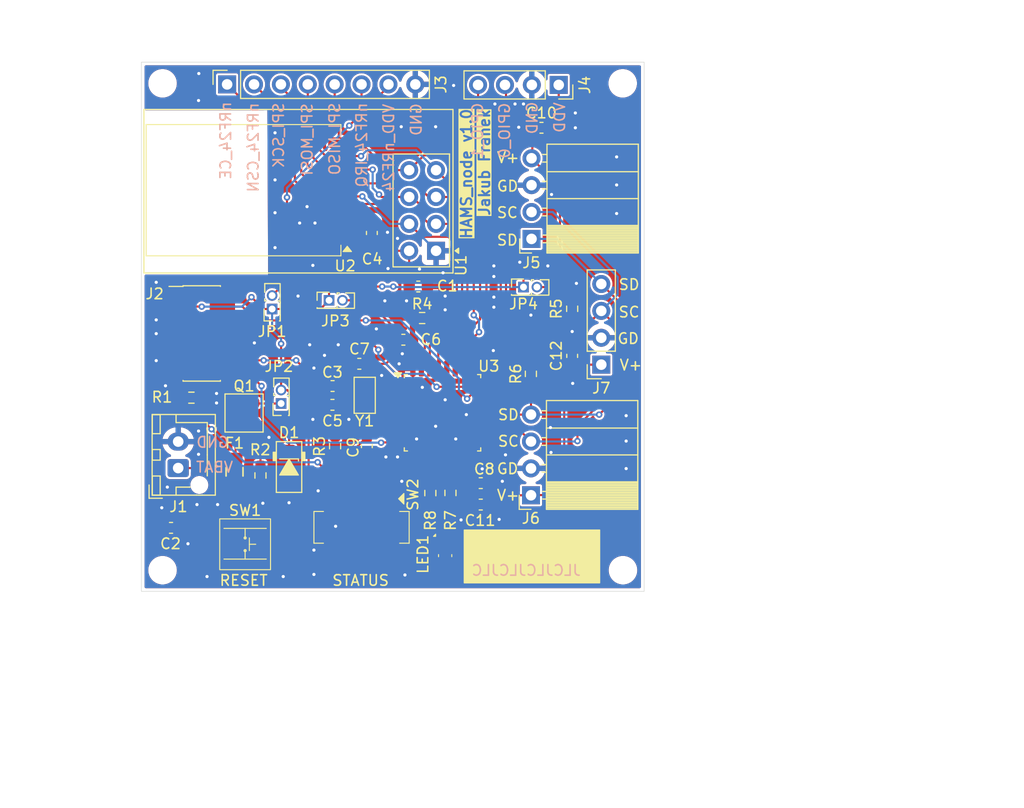
<source format=kicad_pcb>
(kicad_pcb (version 20240108) (generator "pcbnew") (generator_version "8.0")
  (layers (0 "F.Cu" signal) (31 "B.Cu" signal) (34 "B.Paste" user) (35 "F.Paste" user) (36 "B.SilkS" user "B.Silkscreen") (37 "F.SilkS" user "F.Silkscreen") (38 "B.Mask" user) (39 "F.Mask" user) (44 "Edge.Cuts" user))
  (net 0 "")
  (net 1 "GND")
  (net 2 "/VDD_MCU")
  (net 3 "/LSE_IN")
  (net 4 "/LSE_OUT")
  (net 5 "/VDD_SENSOR")
  (net 6 "/VDD_nRF24")
  (net 7 "/NRST")
  (net 8 "VDD")
  (net 9 "/VIN")
  (net 10 "Net-(Q1-D)")
  (net 11 "/GPIO_0")
  (net 12 "/GPIO_1")
  (net 14 "/VCP_RX")
  (net 16 "/GNDDETECT")
  (net 19 "/SWCLK")
  (net 21 "/SWDIO")
  (net 22 "/VCP_TX")
  (net 23 "/I2C_SCL")
  (net 24 "/I2C_SDA")
  (net 25 "/SPI_SCK")
  (net 26 "/nRF24_CSN")
  (net 27 "/SPI_MISO")
  (net 28 "/nRF24_IRQ")
  (net 29 "/nRF24_CE")
  (net 30 "/SPI_MOSI")
  (net 31 "Net-(JP2-A)")
  (net 32 "Net-(Q1-G)")
  (net 33 "/BOOT0")
  (net 34 "/LED_GREEN")
  (net 35 "/LED_RED")
  (net 43 "Net-(LED1-CATHODE_GREEN)")
  (net 44 "Net-(LED1-CATHODE_RED)")
  (net 45 "Net-(LED1-ANODE_RED)")
  (net 46 "Net-(LED1-ANODE_GREEN)")
  (footprint "Connector_PinHeader_1.27mm:PinHeader_2x01_P1.27mm_Vertical" (layer "F.Cu") (at 202.7 78.85)
    (property "Reference" "JP4")
    (property "Value" "Jumper_2_Bridged")
  )
  (footprint "Capacitor_SMD:C_0603_1608Metric_Pad1.08x0.95mm_HandSolder" (layer "F.Cu") (at 198.6625 99.4 180)
    (property "Reference" "C11")
    (property "Value" "10 uF")
  )
  (footprint "PCM_Crystal_AKL:Crystal_SMD_MicroCrystal_CM9V-T1A-2Pin_1.6x1.0mm_BigPads" (layer "F.Cu") (at 187.7 89.075 90)
    (property "Reference" "Y1")
    (property "Value" "CM9V-T1A" (hide yes))
  )
  (footprint "Resistor_SMD:R_0603_1608Metric_Pad0.98x0.95mm_HandSolder" (layer "F.Cu") (at 171.325 89.3)
    (property "Reference" "R1")
    (property "Value" "100 Ohm")
  )
  (footprint "Personal_Fuses:YAGEO_SMD0805_Fuse" (layer "F.Cu") (at 175.4 96.3 90)
    (property "Reference" "F1")
    (property "Value" "SMD0805B035TF")
  )
  (footprint "Connector_JST:JST_XH_B2B-XH-AM_1x02_P2.50mm_Vertical" (layer "F.Cu") (at 170.075 95.95 90)
    (property "Reference" "J1")
    (property "Value" "Conn_01x02")
  )
  (footprint "Capacitor_SMD:C_0603_1608Metric_Pad1.08x0.95mm_HandSolder" (layer "F.Cu") (at 169.4 101.6 180)
    (property "Reference" "C2")
    (property "Value" "100 nF")
  )
  (footprint "Connector_PinSocket_2.54mm:PinSocket_1x04_P2.54mm_Horizontal" (layer "F.Cu") (at 203.41 98.52 180)
    (property "Reference" "J6")
    (property "Value" "Conn_01x04")
  )
  (footprint "MountingHole:MountingHole_2.2mm_M2_ISO7380" (layer "F.Cu") (at 212.1 105.6)
    (property "Reference" "H3" (hide yes))
    (property "Value" "MountingHole")
  )
  (footprint "MountingHole:MountingHole_2.2mm_M2_ISO7380" (layer "F.Cu") (at 212.075 59.6)
    (property "Reference" "H4" (hide yes))
    (property "Value" "MountingHole")
  )
  (footprint "Connector_PinSocket_2.54mm:PinSocket_1x04_P2.54mm_Vertical" (layer "F.Cu") (at 206.03 59.75 -90)
    (property "Reference" "J4")
    (property "Value" "Conn_01x04")
  )
  (footprint "Connector_PinHeader_1.27mm:PinHeader_2x01_P1.27mm_Vertical" (layer "F.Cu") (at 179.8 89.85 90)
    (property "Reference" "JP2")
    (property "Value" "Jumper_2_Bridged")
  )
  (footprint "Package_QFP:LQFP-32_7x7mm_P0.8mm" (layer "F.Cu") (at 195.05 90.725)
    (property "Reference" "U3")
    (property "Value" "STM32L031K6Tx")
  )
  (footprint "Capacitor_SMD:C_0603_1608Metric_Pad1.08x0.95mm_HandSolder" (layer "F.Cu") (at 187.9 93.875 -90)
    (property "Reference" "C9")
    (property "Value" "100 nF")
  )
  (footprint "Capacitor_SMD:C_0603_1608Metric_Pad1.08x0.95mm_HandSolder" (layer "F.Cu") (at 204.4 63.8)
    (property "Reference" "C10")
    (property "Value" "10 uF")
  )
  (footprint "MountingHole:MountingHole_2.2mm_M2_ISO7380" (layer "F.Cu") (at 168.6 105.6)
    (property "Reference" "H1" (hide yes))
    (property "Value" "MountingHole")
  )
  (footprint "Capacitor_SMD:C_0603_1608Metric_Pad1.08x0.95mm_HandSolder" (layer "F.Cu") (at 198.6625 97.374 180)
    (property "Reference" "C8")
    (property "Value" "100 nF")
  )
  (footprint "Personal_SamacSys:JS202011SCQN" (layer "F.Cu") (at 187.4 101.55 180)
    (property "Reference" "SW2")
    (property "Value" "JS202011SCQN" (hide yes))
  )
  (footprint "MountingHole:MountingHole_2.2mm_M2_ISO7380" (layer "F.Cu") (at 168.6 59.6)
    (property "Reference" "H2" (hide yes))
    (property "Value" "MountingHole")
  )
  (footprint "Connector_PinSocket_2.54mm:PinSocket_1x04_P2.54mm_Vertical" (layer "F.Cu") (at 210.05 86.18 180)
    (property "Reference" "J7")
    (property "Value" "Conn_01x04")
  )
  (footprint "Capacitor_SMD:C_0603_1608Metric_Pad1.08x0.95mm_HandSolder" (layer "F.Cu") (at 191.35 83.825)
    (property "Reference" "C6")
    (property "Value" "10 uF")
  )
  (footprint "Capacitor_SMD:C_0603_1608Metric_Pad1.08x0.95mm_HandSolder" (layer "F.Cu") (at 187.1875 86.1 180)
    (property "Reference" "C7")
    (property "Value" "100 nF")
  )
  (footprint "Capacitor_SMD:C_0603_1608Metric_Pad1.08x0.95mm_HandSolder" (layer "F.Cu") (at 184.65 89.975 180)
    (property "Reference" "C5")
    (property "Value" "7 pF")
  )
  (footprint "Resistor_SMD:R_0603_1608Metric_Pad0.98x0.95mm_HandSolder" (layer "F.Cu") (at 193.9 98.3125 90)
    (property "Reference" "R8")
    (property "Value" "680 Ohm")
  )
  (footprint "Personal_SamacSys:KPHBM2012QBDCGKC" (layer "F.Cu") (at 195.3 104.1 90)
    (property "Reference" "LED1")
    (property "Value" "APHBM2012LSURKCGKC" (hide yes))
  )
  (footprint "Resistor_SMD:R_0603_1608Metric_Pad0.98x0.95mm_HandSolder" (layer "F.Cu") (at 203.4 87.05 90)
    (property "Reference" "R6")
    (property "Value" "10 kOhm")
  )
  (footprint "Personal_Switches:E-Switch_TL3305BF100QG_Tactile_SPST" (layer "F.Cu") (at 176.4 103.15 180)
    (property "Reference" "SW1")
    (property "Value" "TL3305BF100QG")
  )
  (footprint "Resistor_SMD:R_0603_1608Metric_Pad0.98x0.95mm_HandSolder" (layer "F.Cu") (at 177.85 96.65 90)
    (property "Reference" "R2")
    (property "Value" "100 Ohm")
  )
  (footprint "Resistor_SMD:R_0603_1608Metric_Pad0.98x0.95mm_HandSolder" (layer "F.Cu") (at 195.8 98.3 90)
    (property "Reference" "R7")
    (property "Value" "680 Ohm")
  )
  (footprint "Capacitor_SMD:C_0603_1608Metric_Pad1.08x0.95mm_HandSolder" (layer "F.Cu") (at 188.375 73.7375 -90)
    (property "Reference" "C4")
    (property "Value" "10 uF")
  )
  (footprint "Capacitor_SMD:C_0603_1608Metric_Pad1.08x0.95mm_HandSolder" (layer "F.Cu") (at 207.3 85.35 90)
    (property "Reference" "C12")
    (property "Value" "10 uF")
  )
  (footprint "PCM_Package_TO_SOT_SMD_AKL:SOT-23" (layer "F.Cu") (at 176.3 90.75 180)
    (property "Reference" "Q1")
    (property "Value" "DMP3099L" (hide yes))
  )
  (footprint "Capacitor_SMD:C_0603_1608Metric_Pad1.08x0.95mm_HandSolder" (layer "F.Cu") (at 192.7625 78.8 180)
    (property "Reference" "C1")
    (property "Value" "10 uF")
  )
  (footprint "PCM_Diode_SMD_Handsoldering_AKL:D_SOD-123_Zener" (layer "F.Cu") (at 180.55 95.85 -90)
    (property "Reference" "D1")
    (property "Value" "3.6 V (MMSZ5227B)" (hide yes))
  )
  (footprint "Resistor_SMD:R_0603_1608Metric_Pad0.98x0.95mm_HandSolder" (layer "F.Cu") (at 207.3 80.9 90)
    (property "Reference" "R5")
    (property "Value" "10 kOhm")
  )
  (footprint "Connector_PinSocket_2.54mm:PinSocket_1x04_P2.54mm_Horizontal" (layer "F.Cu") (at 203.46 74.3 180)
    (property "Reference" "J5")
    (property "Value" "Conn_01x04")
  )
  (footprint "Connector_PinSocket_2.54mm:PinSocket_1x08_P2.54mm_Vertical" (layer "F.Cu") (at 174.7 59.7 90)
    (property "Reference" "J3")
    (property "Value" "Conn_01x08")
  )
  (footprint "Personal_Modules:nRF24L01p_SMD_module" (layer "F.Cu") (at 176.25 69.695 90)
    (property "Reference" "U2")
    (property "Value" "nRF24L01p SMD module")
  )
  (footprint "Resistor_SMD:R_0603_1608Metric_Pad0.98x0.95mm_HandSolder" (layer "F.Cu") (at 184.9 93.875 -90)
    (property "Reference" "R3")
    (property "Value" "10 kOhm")
  )
  (footprint "Capacitor_SMD:C_0603_1608Metric_Pad1.08x0.95mm_HandSolder" (layer "F.Cu") (at 184.6625 88.2 180)
    (property "Reference" "C3")
    (property "Value" "7 pF")
  )
  (footprint "Resistor_SMD:R_0603_1608Metric_Pad0.98x0.95mm_HandSolder" (layer "F.Cu") (at 193.125 81.775)
    (property "Reference" "R4")
    (property "Value" "10 kOhm")
  )
  (footprint "Connector_PinHeader_1.27mm:PinHeader_2x01_P1.27mm_Vertical" (layer "F.Cu") (at 178.95 80.92 90)
    (property "Reference" "JP1")
    (property "Value" "Jumper_2_Bridged")
  )
  (footprint "RF_Module:nRF24L01_Breakout" (layer "F.Cu") (at 194.4395 75.42 180)
    (property "Reference" "U1")
    (property "Value" "NRF24L01_Breakout")
  )
  (footprint "Connector_PinHeader_1.27mm:PinHeader_2x07_P1.27mm_Vertical_SMD" (layer "F.Cu") (at 172.3 83.23)
    (property "Reference" "J2")
    (property "Value" "Conn_02x07_Odd_Even")
  )
  (footprint "Connector_PinHeader_1.27mm:PinHeader_2x01_P1.27mm_Vertical" (layer "F.Cu") (at 184.33 80.1)
    (property "Reference" "JP3")
    (property "Value" "Jumper_2_Bridged")
  )
  (gr_rect (start 197.1 101.8) (end 209.9 106.8) (stroke (width 0.1)) (fill solid) (layer "F.SilkS"))
  (gr_rect (start 166.6 57.6) (end 214.1 107.6) (stroke (width 0.05)) (fill none) (layer "Edge.Cuts"))
  (gr_text "GND" (at 204.1 61.25 90) (layer "B.SilkS") (effects (font (size 1 1)) (justify left bottom mirror)))
  (gr_text "VDD" (at 206.7 61.3 90) (layer "B.SilkS") (effects (font (size 1 1)) (justify left bottom mirror)))
  (gr_text "GND" (at 193.15 61.4 90) (layer "B.SilkS") (effects (font (size 1 1)) (justify left bottom mirror)))
  (gr_text "JLCJLCJLCJLC" (at 208.2 106.2 0) (layer "B.SilkS") (effects (font (size 1 1)) (justify left bottom mirror)))
  (gr_text "GPIO_0" (at 201.5 61.35 90) (layer "B.SilkS") (effects (font (size 1 1)) (justify left bottom mirror)))
  (gr_text "GPIO_1" (at 198.95 61.35 90) (layer "B.SilkS") (effects (font (size 1 1)) (justify left bottom mirror)))
  (gr_text "SPI_SCK" (at 180.15 61.35 90) (layer "B.SilkS") (effects (font (size 1 1)) (justify left bottom mirror)))
  (gr_text "nRF24_CE" (at 175.15 61.25 90) (layer "B.SilkS") (effects (font (size 1 1)) (justify left bottom mirror)))
  (gr_text "SPI_MISO" (at 185.45 61.35 90) (layer "B.SilkS") (effects (font (size 1 1)) (justify left bottom mirror)))
  (gr_text "VDD_nRF24" (at 190.55 61.45 90) (layer "B.SilkS") (effects (font (size 1 1)) (justify left bottom mirror)))
  (gr_text "VBAT" (at 175.35 96.45 0) (layer "B.SilkS") (effects (font (size 1 1)) (justify left bottom mirror)))
  (gr_text "SPI_MOSI" (at 182.85 61.4 90) (layer "B.SilkS") (effects (font (size 1 1)) (justify left bottom mirror)))
  (gr_text "GND" (at 174.95 94.1 0) (layer "B.SilkS") (effects (font (size 1 1)) (justify left bottom mirror)))
  (gr_text "nRF24_IRQ" (at 188 61.35 90) (layer "B.SilkS") (effects (font (size 1 1)) (justify left bottom mirror)))
  (gr_text "nRF24_CSN" (at 177.75 61.35 90) (layer "B.SilkS") (effects (font (size 1 1)) (justify left bottom mirror)))
  (gr_text "V+" (at 200.1 99.1 0) (layer "F.SilkS") (effects (font (size 1 1)) (justify left bottom)))
  (gr_text "GD" (at 200.1 69.9 0) (layer "F.SilkS") (effects (font (size 1 1)) (justify left bottom)))
  (gr_text "SC" (at 211.6 81.8 0) (layer "F.SilkS") (effects (font (size 1 1)) (justify left bottom)))
  (gr_text "V+" (at 211.7 86.8 0) (layer "F.SilkS") (effects (font (size 1 1)) (justify left bottom)))
  (gr_text "SD" (at 211.6 79.2 0) (layer "F.SilkS") (effects (font (size 1 1)) (justify left bottom)))
  (gr_text "SD" (at 200.1 75 0) (layer "F.SilkS") (effects (font (size 1 1)) (justify left bottom)))
  (gr_text "SD" (at 200.2 91.5 0) (layer "F.SilkS") (effects (font (size 1 1)) (justify left bottom)))
  (gr_text "HAMS_node v1.0" (at 197.9 74.4 90) (layer "F.SilkS" knockout) (effects (font (size 1 1) (thickness 0.2) (bold yes)) (justify left bottom)))
  (gr_text "GD" (at 211.5 84.3 0) (layer "F.SilkS") (effects (font (size 1 1)) (justify left bottom)))
  (gr_text "V+" (at 200.1 67.2 0) (layer "F.SilkS") (effects (font (size 1 1)) (justify left bottom)))
  (gr_text "GD" (at 200.1 96.6 0) (layer "F.SilkS") (effects (font (size 1 1)) (justify left bottom)))
  (gr_text "SC" (at 200.2 94 0) (layer "F.SilkS") (effects (font (size 1 1)) (justify left bottom)))
  (gr_text "SC" (at 200.1 72.4 0) (layer "F.SilkS") (effects (font (size 1 1)) (justify left bottom)))
  (gr_text "RESET" (at 173.9 107.15 0) (layer "F.SilkS") (effects (font (size 1 1)) (justify left bottom)))
  (gr_text "Jakub Franek" (at 199.6 72.2 90) (layer "F.SilkS" knockout) (effects (font (size 1 1) (thickness 0.2) (bold yes)) (justify left bottom)))
  (gr_text "STATUS" (at 184.55 107.15 0) (layer "F.SilkS") (effects (font (size 1 1)) (justify left bottom)))
  (segment (start 194.4395 76.8105) (end 193.625 77.625) (width 0.2) (layer "F.Cu") (net 1))
  (segment (start 183.025 72.825) (end 183 72.8) (width 0.2) (layer "F.Cu") (net 1))
  (segment (start 190.95 86.1) (end 190.95 85.45) (width 0.2) (layer "F.Cu") (net 1))
  (segment (start 188.375 72.725) (end 188.275 72.825) (width 0.2) (layer "F.Cu") (net 1))
  (segment (start 191.25 85.15) (end 191.375 85.025) (width 0.2) (layer "F.Cu") (net 1))
  (segment (start 190.95 85.45) (end 191.25 85.15) (width 0.2) (layer "F.Cu") (net 1))
  (segment (start 192.264 85.224) (end 192.264 86.536) (width 0.2) (layer "F.Cu") (net 1))
  (segment (start 197.4 93.5) (end 197.090794 93.5) (width 0.2) (layer "F.Cu") (net 1))
  (segment (start 191.375 85.025) (end 192.264 85.025) (width 0.2) (layer "F.Cu") (net 1))
  (segment (start 192.264 84.315) (end 192.264 85.224) (width 0.2) (layer "F.Cu") (net 1))
  (segment (start 193.091794 88.324) (end 192.25 87.482206) (width 0.2) (layer "F.Cu") (net 1))
  (segment (start 193.625 77.625) (end 193.625 78.5) (width 0.2) (layer "F.Cu") (net 1))
  (segment (start 192.225 86.525) (end 192.25 86.55) (width 0.2) (layer "F.Cu") (net 1))
  (segment (start 193.141794 88.324) (end 193.091794 88.324) (width 0.2) (layer "F.Cu") (net 1))
  (segment (start 197.85 93.95) (end 197.4 93.5) (width 0.2) (layer "F.Cu") (net 1))
  (segment (start 185.25 72.825) (end 183.025 72.825) (width 0.2) (layer "F.Cu") (net 1))
  (segment (start 188.275 72.825) (end 185.25 72.825) (width 0.2) (layer "F.Cu") (net 1))
  (segment (start 191.4 86.55) (end 192.25 86.55) (width 0.2) (layer "F.Cu") (net 1))
  (segment (start 197.85 94.9) (end 197.85 93.95) (width 0.2) (layer "F.Cu") (net 1))
  (segment (start 192.25 87.482206) (end 192.25 86.55) (width 0.2) (layer "F.Cu") (net 1))
  (segment (start 192.264 86.536) (end 192.25 86.55) (width 0.2) (layer "F.Cu") (net 1))
  (segment (start 197.85 98.4) (end 199.6 98.4) (width 0.2) (layer "F.Cu") (net 1))
  (segment (start 190.95 86.1) (end 191.4 86.55) (width 0.2) (layer "F.Cu") (net 1))
  (segment (start 194.4395 75.42) (end 194.4395 76.8105) (width 0.2) (layer "F.Cu") (net 1))
  (segment (start 197.85 94.9) (end 197.85 98.4) (width 0.2) (layer "F.Cu") (net 1))
  (via (at 195.1 77.5) (size 0.6) (drill 0.3) (layers "F.Cu" "B.Cu") (net 1))
  (via (at 207.3 83.05) (size 0.6) (drill 0.3) (layers "F.Cu" "B.Cu") (net 1))
  (via (at 180.55 99.225) (size 0.6) (drill 0.3) (layers "F.Cu" "B.Cu") (net 1))
  (via (at 212.4 96) (size 0.6) (drill 0.3) (layers "F.Cu" "B.Cu") (net 1))
  (via (at 198.8 96.025) (size 0.6) (drill 0.3) (layers "F.Cu" "B.Cu") (net 1))
  (via (at 171.85 99.4) (size 0.6) (drill 0.3) (layers "F.Cu" "B.Cu") (net 1))
  (via (at 199.9 76.85) (size 0.6) (drill 0.3) (layers "F.Cu" "B.Cu") (net 1))
  (via (at 211.5 71.9) (size 0.6) (drill 0.3) (layers "F.Cu" "B.Cu") (net 1))
  (via (at 172.8 106.2) (size 0.6) (drill 0.3) (layers "F.Cu" "B.Cu") (net 1))
  (via (at 169.05 97.75) (size 0.6) (drill 0.3) (layers "F.Cu" "B.Cu") (net 1))
  (via (at 190.8 94.9) (size 0.6) (drill 0.3) (layers "F.Cu" "B.Cu") (net 1))
  (via (at 183.3 98.1) (size 0.6) (drill 0.3) (layers "F.Cu" "B.Cu") (net 1))
  (via (at 191.65 80.15) (size 0.6) (drill 0.3) (layers "F.Cu" "B.Cu") (net 1))
  (via (at 181.55 72.8) (size 0.6) (drill 0.3) (layers "F.Cu" "B.Cu") (net 1))
  (via (at 199.9 80.75) (size 0.6) (drill 0.3) (layers "F.Cu" "B.Cu") (net 1))
  (via (at 195.3 89.5) (size 0.6) (drill 0.3) (layers "F.Cu" "B.Cu") (net 1))
  (via (at 186.2 91.35) (size 0.6) (drill 0.3) (layers "F.Cu" "B.Cu") (net 1))
  (via (at 168 85.8) (size 0.6) (drill 0.3) (layers "F.Cu" "B.Cu") (net 1))
  (via (at 207.6 63.8) (size 0.6) (drill 0.3) (layers "F.Cu" "B.Cu") (net 1))
  (via (at 202.25 63.75) (size 0.6) (drill 0.3) (layers "F.Cu" "B.Cu") (net 1))
  (via (at 191.5 106.05) (size 0.6) (drill 0.3) (layers "F.Cu" "B.Cu") (net 1))
  (via (at 173.7 89.8) (size 0.6) (drill 0.3) (layers "F.Cu" "B.Cu") (net 1))
  (via (at 199.9 79.8) (size 0.6) (drill 0.3) (layers "F.Cu" "B.Cu") (net 1))
  (via (at 205.35 70.1) (size 0.6) (drill 0.3) (layers "F.Cu" "B.Cu") (net 1))
  (via (at 196.8 100.85) (size 0.6) (drill 0.3) (layers "F.Cu" "B.Cu") (net 1))
  (via (at 177.275 84.125) (size 0.6) (drill 0.3) (layers "F.Cu" "B.Cu") (net 1))
  (via (at 179.225 68.725) (size 0.6) (drill 0.3) (layers "F.Cu" "B.Cu") (net 1))
  (via (at 172 61.225) (size 0.6) (drill 0.3) (layers "F.Cu" "B.Cu") (net 1))
  (via (at 194.4 92) (size 0.6) (drill 0.3) (layers "F.Cu" "B.Cu") (net 1))
  (via (at 168.875 88.175) (size 0.6) (drill 0.3) (layers "F.Cu" "B.Cu") (net 1))
  (via (at 194.4 63.7) (size 0.6) (drill 0.3) (layers "F.Cu" "B.Cu") (net 1))
  (via (at 189.6 80.15) (size 0.6) (drill 0.3) (layers "F.Cu" "B.Cu") (net 1))
  (via (at 172.025 58.675) (size 0.6) (drill 0.3) (layers "F.Cu" "B.Cu") (net 1))
  (via (at 181.4 79.7) (size 0.6) (drill 0.3) (layers "F.Cu" "B.Cu") (net 1))
  (via (at 191.25 85.15) (size 0.6) (drill 0.3) (layers "F.Cu" "B.Cu") (net 1))
  (via (at 168.525 99.7) (size 0.6) (drill 0.3) (layers "F.Cu" "B.Cu") (net 1))
  (via (at 205.3 94.475) (size 0.6) (drill 0.3) (layers "F.Cu" "B.Cu") (net 1))
  (via (at 211.5 66.55) (size 0.6) (drill 0.3) (layers "F.Cu" "B.Cu") (net 1))
  (via (at 191.2 97.2) (size 0.6) (drill 0.3) (layers "F.Cu" "B.Cu") (net 1))
  (via (at 182.8 91.35) (size 0.6) (drill 0.3) (layers "F.Cu" "B.Cu") (net 1))
  (via (at 191.15 63.7) (size 0.6) (drill 0.3) (layers "F.Cu" "B.Cu") (net 1))
  (via (at 201 94.7) (size 0.6) (drill 0.3) (layers "F.Cu" "B.Cu") (net 1))
  (via (at 211.5 69.2) (size 0.6) (drill 0.3) (layers "F.Cu" "B.Cu") (net 1))
  (via (at 192.6 93.2) (size 0.6) (drill 0.3) (layers "F.Cu" "B.Cu") (net 1))
  (via (at 172 94.65) (size 0.6) (drill 0.3) (layers "F.Cu" "B.Cu") (net 1))
  (via (at 180 106.2) (size 0.6) (drill 0.3) (layers "F.Cu" "B.Cu") (net 1))
  (via (at 182.9 86.5) (size 0.6) (drill 0.3) (layers "F.Cu" "B.Cu") (net 1))
  (via (at 168 78.4) (size 0.6) (drill 0.3) (layers "F.Cu" "B.Cu") (net 1))
  (via (at 190.8 74.25) (size 0.6) (drill 0.3) (layers "F.Cu" "B.Cu") (net 1))
  (via (at 189.7 94.9) (size 0.6) (drill 0.3) (layers "F.Cu" "B.Cu") (net 1))
  (via (at 179.225 64.275) (size 0.6) (drill 0.3) (layers "F.Cu" "B.Cu") (net 1))
  (via (at 192.875 77.15) (size 0.6) (drill 0.3) (layers "F.Cu" "B.Cu") (net 1))
  (via (at 207.7 78.5) (size 0.6) (drill 0.3) (layers "F.Cu" "B.Cu") (net 1))
  (via (at 190.95 86.1) (size 0.6) (drill 0.3) (layers "F.Cu" "B.Cu") (net 1))
  (via (at 188.8 82.8) (size 0.6) (drill 0.3) (layers "F.Cu" "B.Cu") (net 1))
  (via (at 200.4 100.8) (size 0.6) (drill 0.3) (layers "F.Cu" "B.Cu") (net 1))
  (via (at 189.9 77.1) (size 0.6) (drill 0.3) (layers "F.Cu" "B.Cu") (net 1))
  (via (at 183.9 85.3) (size 0.6) (drill 0.3) (layers "F.Cu" "B.Cu") (net 1))
  (via (at 200 61.55) (size 0.6) (drill 0.3) (layers "F.Cu" "B.Cu") (net 1))
  (via (at 183 72.8) (size 0.6) (drill 0.3) (layers "F.Cu" "B.Cu") (net 1))
  (via (at 168 81.95) (size 0.6) (drill 0.3) (layers "F.Cu" "B.Cu") (net 1))
  (via (at 200.7 97.2) (size 0.6) (drill 0.3) (layers "F.Cu" "B.Cu") (net 1))
  (via (at 173.7 88.9) (size 0.6) (drill 0.3) (layers "F.Cu" "B.Cu") (net 1))
  (via (at 168 83.25) (size 0.6) (drill 0.3) (layers "F.Cu" "B.Cu") (net 1))
  (via (at 178.65 93.05) (size 0.6) (drill 0.3) (layers "F.Cu" "B.Cu") (net 1))
  (via (at 202.7 61.55) (size 0.6) (drill 0.3) (layers "F.Cu" "B.Cu") (net 1))
  (via (at 203.4 81.5) (size 0.6) (drill 0.3) (layers "F.Cu" "B.Cu") (net 1))
  (via (at 199.9 77.85) (size 0.6) (drill 0.3) (layers "F.Cu" "B.Cu") (net 1))
  (via (at 199.85 84.85) (size 0.6) (drill 0.3) (layers "F.Cu" "B.Cu") (net 1))
  (via (at 182.8 76.8) (size 0.6) (drill 0.3) (layers "F.Cu" "B.Cu") (net 1))
  (via (at 189.85 73.675) (size 0.6) (drill 0.3) (layers "F.Cu" "B.Cu") (net 1))
  (via (at 182.9 103.7) (size 0.6) (drill 0.3) (layers "F.Cu" "B.Cu") (net 1))
  (via (at 178.075 99.275) (size 0.6) (drill 0.3) (layers "F.Cu" "B.Cu") (net 1))
  (via (at 179.225 71.825) (size 0.6) (drill 0.3) (layers "F.Cu" "B.Cu") (net 1))
  (via (at 205.25 92.125) (size 0.6) (drill 0.3) (layers "F.Cu" "B.Cu") (net 1))
  (via (at 212.4 93.4) (size 0.6) (drill 0.3) (layers "F.Cu" "B.Cu") (net 1))
  (via (at 212.4 91) (size 0.6) (drill 0.3) (layers "F.Cu" "B.Cu") (net 1))
  (via (at 197.3 90.9) (size 0.6) (drill 0.3) (layers "F.Cu" "B.Cu") (net 1))
  (via (at 185.2 84.3) (size 0.6) (drill 0.3) (layers "F.Cu" "B.Cu") (net 1))
  (via (at 179.225 75.125) (size 0.6) (drill 0.3) (layers "F.Cu" "B.Cu") (net 1))
  (via (at 205 76.85) (size 0.6) (drill 0.3) (layers "F.Cu" "B.Cu") (net 1))
  (via (at 201.9 61.55) (size 0.6) (drill 0.3) (layers "F.Cu" "B.Cu") (net 1))
  (via (at 193.141794 88.324) (size 0.6) (drill 0.3) (layers "F.Cu" "B.Cu") (net 1))
  (via (at 172 92.45) (size 0.6) (drill 0.3) (layers "F.Cu" "B.Cu") (net 1))
  (via (at 182.5 84.3) (size 0.6) (drill 0.3) (layers "F.Cu" "B.Cu") (net 1))
  (via (at 207.35 87.95) (size 0.6) (drill 0.3) (layers "F.Cu" "B.Cu") (net 1))
  (via (at 182.25 71.25) (size 0.6) (drill 0.3) (layers "F.Cu" "B.Cu") (net 1))
  (via (at 202.35 76.5) (size 0.6) (drill 0.3) (layers "F.Cu" "B.Cu") (net 1))
  (via (at 196.3 93.2) (size 0.6) (drill 0.3) (layers "F.Cu" "B.Cu") (net 1))
  (via (at 195.3 79.7) (size 0.6) (drill 0.3) (layers "F.Cu" "B.Cu") (net 1))
  (via (at 171 103.1) (size 0.6) (drill 0.3) (layers "F.Cu" "B.Cu") (net 1))
  (via (at 189.3 87.2) (size 0.6) (drill 0.3) (layers "F.Cu" "B.Cu") (net 1))
  (via (at 184.95 101.45) (size 0.6) (drill 0.3) (layers "F.Cu" "B.Cu") (net 1))
  (via (at 182.9 106) (size 0.6) (drill 0.3) (layers "F.Cu" "B.Cu") (net 1))
  (via (at 196.1 59.8) (size 0.6) (drill 0.3) (layers "F.Cu" "B.Cu") (net 1))
  (via (at 173.8 99.4) (size 0.6) (drill 0.3) (layers "F.Cu" "B.Cu") (net 1))
  (via (at 195.3 81) (size 0.6) (drill 0.3) (layers "F.Cu" "B.Cu") (net 1))
  (via (at 207.6 62.4) (size 0.6) (drill 0.3) (layers "F.Cu" "B.Cu") (net 1))
  (segment (start 194.4395 75.42) (end 192.95 73.9305) (width 0.2) (layer "B.Cu") (net 1))
  (segment (start 192.95 73.9305) (end 192.95 73.9) (width 0.2) (layer "B.Cu") (net 1))
  (segment (start 187.9 80.1) (end 185.6 80.1) (width 0.2) (layer "F.Cu") (net 2))
  (segment (start 199.525 94.782206) (end 199.525 97.344706) (width 0.2) (layer "F.Cu") (net 2))
  (segment (start 192.291794 90.649) (end 192.291794 88.424) (width 0.2) (layer "F.Cu") (net 2))
  (segment (start 195.349 90.649) (end 192.291794 90.649) (width 0.2) (layer "F.Cu") (net 2))
  (segment (start 198.225 93.525) (end 195.349 90.649) (width 0.2) (layer "F.Cu") (net 2))
  (segment (start 190.4875 82.6875) (end 187.9 80.1) (width 0.2) (layer "F.Cu") (net 2))
  (segment (start 186.125 94.7875) (end 184.9 94.7875) (width 0.2) (layer "F.Cu") (net 2))
  (segment (start 190.4875 83.825) (end 190.4875 82.6875) (width 0.2) (layer "F.Cu") (net 2))
  (segment (start 187.9 93.0125) (end 189.7875 91.125) (width 0.2) (layer "F.Cu") (net 2))
  (segment (start 189.7875 91.125) (end 190.875 91.125) (width 0.2) (layer "F.Cu") (net 2))
  (segment (start 190.475 83.8375) (end 190.4875 83.825) (width 0.2) (layer "F.Cu") (net 2))
  (segment (start 199.225 93.525) (end 198.225 93.525) (width 0.2) (layer "F.Cu") (net 2))
  (segment (start 199.225 93.525) (end 199.225 94.482206) (width 0.2) (layer "F.Cu") (net 2))
  (segment (start 190.875 91.125) (end 191.815794 91.125) (width 0.2) (layer "F.Cu") (net 2))
  (segment (start 187.9 93.0125) (end 186.125 94.7875) (width 0.2) (layer "F.Cu") (net 2))
  (segment (start 190.875 87.925) (end 190.875 87.275) (width 0.2) (layer "F.Cu") (net 2))
  (segment (start 189.7 86.1) (end 190.475 85.325) (width 0.2) (layer "F.Cu") (net 2))
  (segment (start 190.475 85.325) (end 190.475 83.8375) (width 0.2) (layer "F.Cu") (net 2))
  (segment (start 191.815794 91.125) (end 192.291794 90.649) (width 0.2) (layer "F.Cu") (net 2))
  (segment (start 188.05 86.1) (end 189.7 86.1) (width 0.2) (layer "F.Cu") (net 2))
  (segment (start 192.291794 88.424) (end 191.792794 87.925) (width 0.2) (layer "F.Cu") (net 2))
  (segment (start 199.225 94.482206) (end 199.525 94.782206) (width 0.2) (layer "F.Cu") (net 2))
  (segment (start 191.792794 87.925) (end 190.875 87.925) (width 0.2) (layer "F.Cu") (net 2))
  (segment (start 189.7 86.1) (end 190.875 87.275) (width 0.2) (layer "F.Cu") (net 2))
  (segment (start 188.608897 88.275) (end 187.875 88.275) (width 0.2) (layer "F.Cu") (net 3))
  (segment (start 187.75 88.15) (end 185.125 88.15) (width 0.2) (layer "F.Cu") (net 3))
  (segment (start 187.875 88.275) (end 187.75 88.15) (width 0.2) (layer "F.Cu") (net 3))
  (segment (start 189.058897 88.725) (end 188.608897 88.275) (width 0.2) (layer "F.Cu") (net 3))
  (segment (start 190.875 88.725) (end 189.058897 88.725) (width 0.2) (layer "F.Cu") (net 3))
  (segment (start 185.125 88.15) (end 185.075 88.1) (width 0.2) (layer "F.Cu") (net 3))
  (segment (start 188.575 89.925) (end 188.975 89.525) (width 0.2) (layer "F.Cu") (net 4))
  (segment (start 188.975 89.525) (end 190.875 89.525) (width 0.2) (layer "F.Cu") (net 4))
  (segment (start 185.0865 90.049) (end 187.751 90.049) (width 0.2) (layer "F.Cu") (net 4))
  (segment (start 187.751 90.049) (end 187.875 89.925) (width 0.2) (layer "F.Cu") (net 4))
  (segment (start 185.075 90.0375) (end 185.0865 90.049) (width 0.2) (layer "F.Cu") (net 4))
  (segment (start 187.875 89.925) (end 188.575 89.925) (width 0.2) (layer "F.Cu") (net 4))
  (segment (start 203.5375 66.6025) (end 203.46 66.68) (width 0.2) (layer "F.Cu") (net 5))
  (segment (start 205.68 86.2) (end 205.7 86.18) (width 0.2) (layer "F.Cu") (net 5))
  (segment (start 210.05 86.18) (end 205.7 86.18) (width 0.2) (layer "F.Cu") (net 5))
  (segment (start 203.7125 86.2) (end 205.68 86.2) (width 0.2) (layer "F.Cu") (net 5))
  (segment (start 206.15 78.35) (end 205.65 78.85) (width 0.2) (layer "F.Cu") (net 5))
  (segment (start 203.5 85.9875) (end 203.7125 86.2) (width 0.2) (layer "F.Cu") (net 5))
  (segment (start 203.41 98.52) (end 201.78 98.52) (width 0.2) (layer "F.Cu") (net 5))
  (segment (start 205.7 80) (end 205.7 78.8) (width 0.2) (layer "F.Cu") (net 5))
  (segment (start 201.78 98.52) (end 200.9 99.4) (width 0.2) (layer "F.Cu") (net 5))
  (segment (start 206.15 69.37) (end 203.46 66.68) (width 0.2) (layer "F.Cu") (net 5))
  (segment (start 203.5375 63.8) (end 203.5375 66.6025) (width 0.2) (layer "F.Cu") (net 5))
  (segment (start 206.55 90.15) (end 206.55 96.45) (width 0.2) (layer "F.Cu") (net 5))
  (segment (start 206.55 96.45) (end 204.5 98.5) (width 0.2) (layer "F.Cu") (net 5))
  (segment (start 205.7 83.9) (end 205.7 80) (width 0.2) (layer "F.Cu") (net 5))
  (segment (start 205.7 89.3) (end 206.55 90.15) (width 0.2) (layer "F.Cu") (net 5))
  (segment (start 204.5 98.5) (end 203.45 98.5) (width 0.2) (layer "F.Cu") (net 5))
  (segment (start 205.7 87.8) (end 205.7 89.3) (width 0.2) (layer "F.Cu") (net 5))
  (segment (start 205.7 84.8) (end 205.7 87.8) (width 0.2) (layer "F.Cu") (net 5))
  (segment (start 206.15 78.35) (end 206.15 69.37) (width 0.2) (layer "F.Cu") (net 5))
  (segment (start 200.9 99.4) (end 199.925 99.4) (width 0.2) (layer "F.Cu") (net 5))
  (segment (start 205.7125 79.9875) (end 205.7 80) (width 0.2) (layer "F.Cu") (net 5))
  (segment (start 205.7 83.9) (end 205.7 84.8) (width 0.2) (layer "F.Cu") (net 5))
  (segment (start 207.15 79.9875) (end 205.7125 79.9875) (width 0.2) (layer "F.Cu") (net 5))
  (segment (start 205.7 78.8) (end 206.15 78.35) (width 0.2) (layer "F.Cu") (net 5))
  (segment (start 205.65 78.85) (end 203.97 78.85) (width 0.2) (layer "F.Cu") (net 5))
  (segment (start 185.25 74.095) (end 180.355 74.095) (width 0.2) (layer "F.Cu") (net 6))
  (segment (start 186.87 74.095) (end 185.25 74.095) (width 0.2) (layer "F.Cu") (net 6))
  (segment (start 189.7 74.6) (end 187.375 74.6) (width 0.2) (layer "F.Cu") (net 6))
  (segment (start 180.355 78.245) (end 178.95 79.65) (width 0.2) (layer "F.Cu") (net 6))
  (segment (start 186.2425 63.5925) (end 189.94 59.895) (width 0.2) (layer "F.Cu") (net 6))
  (segment (start 187.375 74.6) (end 186.87 74.095) (width 0.2) (layer "F.Cu") (net 6))
  (segment (start 191.9 78.5) (end 191.9 75.4205) (width 0.2) (layer "F.Cu") (net 6))
  (segment (start 191.9 75.4205) (end 191.8995 75.42) (width 0.2) (layer "F.Cu") (net 6))
  (segment (start 180.355 70.375) (end 180.355 74.095) (width 0.2) (layer "F.Cu") (net 6))
  (segment (start 191.8995 75.42) (end 190.52 75.42) (width 0.2) (layer "F.Cu") (net 6))
  (segment (start 180.355 74.095) (end 180.355 78.245) (width 0.2) (layer "F.Cu") (net 6))
  (segment (start 190.52 75.42) (end 189.7 74.6) (width 0.2) (layer "F.Cu") (net 6))
  (segment (start 189.94 59.895) (end 189.94 59.7) (width 0.2) (layer "F.Cu") (net 6))
  (via (at 186.2425 63.5925) (size 0.6) (drill 0.3) (layers "F.Cu" "B.Cu") (net 6))
  (via (at 180.355 70.375) (size 0.6) (drill 0.3) (layers "F.Cu" "B.Cu") (net 6))
  (segment (start 186.2425 63.5925) (end 180.355 69.48) (width 0.2) (layer "B.Cu") (net 6))
  (segment (start 180.355 69.48) (end 180.355 70.375) (width 0.2) (layer "B.Cu") (net 6))
  (segment (start 184.9 92.15) (end 184.9 92.9625) (width 0.2) (layer "F.Cu") (net 7))
  (segment (start 182 86.55) (end 182 91.75) (width 0.2) (layer "F.Cu") (net 7))
  (segment (start 188.6 91.075) (end 189.35 90.325) (width 0.2) (layer "F.Cu") (net 7))
  (segment (start 179.2 101.55) (end 170.3125 101.55) (width 0.2) (layer "F.Cu") (net 7))
  (segment (start 182 91.75) (end 182.4 92.15) (width 0.2) (layer "F.Cu") (net 7))
  (segment (start 182.4 100.35) (end 181.1 101.65) (width 0.2) (layer "F.Cu") (net 7))
  (segment (start 182.4 92.15) (end 182.4 100.35) (width 0.2) (layer "F.Cu") (net 7))
  (segment (start 178.15 85.775) (end 178.145 85.77) (width 0.2) (layer "F.Cu") (net 7))
  (segment (start 184.9 92.15) (end 186.65 92.15) (width 0.2) (layer "F.Cu") (net 7))
  (segment (start 178.145 85.77) (end 174.25 85.77) (width 0.2) (layer "F.Cu") (net 7))
  (segment (start 182.4 92.15) (end 184.9 92.15) (width 0.2) (layer "F.Cu") (net 7))
  (segment (start 181.225 85.775) (end 182 86.55) (width 0.2) (layer "F.Cu") (net 7))
  (segment (start 179.55 101.2) (end 179.2 101.55) (width 0.2) (layer "F.Cu") (net 7))
  (segment (start 181.1 101.65) (end 180 101.65) (width 0.2) (layer "F.Cu") (net 7))
  (segment (start 189.35 90.325) (end 190.875 90.325) (width 0.2) (layer "F.Cu") (net 7))
  (segment (start 187.725 91.075) (end 188.6 91.075) (width 0.2) (layer "F.Cu") (net 7))
  (segment (start 186.65 92.15) (end 187.725 91.075) (width 0.2) (layer "F.Cu") (net 7))
  (via (at 178.15 85.775) (size 0.6) (drill 0.3) (layers "F.Cu" "B.Cu") (net 7))
  (via (at 181.225 85.775) (size 0.6) (drill 0.3) (layers "F.Cu" "B.Cu") (net 7))
  (segment (start 181.225 85.775) (end 178.15 85.775) (width 0.2) (layer "B.Cu") (net 7))
  (segment (start 201.55 62.95) (end 202 62.5) (width 0.2) (layer "F.Cu") (net 8))
  (segment (start 183.51 80.92) (end 184.33 80.1) (width 0.2) (layer "F.Cu") (net 8))
  (segment (start 206.03 61.27) (end 206.03 59.75) (width 0.2) (layer "F.Cu") (net 8))
  (segment (start 172.29 80.69) (end 172.3 80.7) (width 0.2) (layer "F.Cu") (net 8))
  (segment (start 202 62.5) (end 204.8 62.5) (width 0.2) (layer "F.Cu") (net 8))
  (segment (start 201.55 76.825) (end 201.55 62.95) (width 0.2) (layer "F.Cu") (net 8))
  (segment (start 184.33 79.32) (end 184.33 80.1) (width 0.2) (layer "F.Cu") (net 8))
  (segment (start 181.05 91.8) (end 181.05 89.25) (width 0.2) (layer "F.Cu") (net 8))
  (segment (start 178.95 80.92) (end 183.51 80.92) (width 0.2) (layer "F.Cu") (net 8))
  (segment (start 178.12 80.92) (end 178.95 80.92) (width 0.2) (layer "F.Cu") (net 8))
  (segment (start 189.35 78.8) (end 184.85 78.8) (width 0.2) (layer "F.Cu") (net 8))
  (segment (start 180.55 94.2) (end 180.55 92.3) (width 0.2) (layer "F.Cu") (net 8))
  (segment (start 202.7 78.85) (end 202.7 77.975) (width 0.2) (layer "F.Cu") (net 8))
  (segment (start 170.35 80.69) (end 172.29 80.69) (width 0.2) (layer "F.Cu") (net 8))
  (segment (start 181.05 89.25) (end 180.38 88.58) (width 0.2) (layer "F.Cu") (net 8))
  (segment (start 202.7 77.975) (end 201.55 76.825) (width 0.2) (layer "F.Cu") (net 8))
  (segment (start 177 79.8) (end 178.12 80.92) (width 0.2) (layer "F.Cu") (net 8))
  (segment (start 204.8 62.5) (end 206.03 61.27) (width 0.2) (layer "F.Cu") (net 8))
  (segment (start 180.38 88.58) (end 179.8 88.58) (width 0.2) (layer "F.Cu") (net 8))
  (segment (start 190.4 78.8) (end 189.35 78.8) (width 0.2) (layer "F.Cu") (net 8))
  (segment (start 179.8 84.2) (end 179.8 88.58) (width 0.2) (layer "F.Cu") (net 8))
  (segment (start 184.85 78.8) (end 184.33 79.32) (width 0.2) (layer "F.Cu") (net 8))
  (segment (start 180.55 92.3) (end 181.05 91.8) (width 0.2) (layer "F.Cu") (net 8))
  (via (at 172.3 80.7) (size 0.6) (drill 0.3) (layers "F.Cu" "B.Cu") (net 8))
  (via (at 177 79.8) (size 0.6) (drill 0.3) (layers "F.Cu" "B.Cu") (net 8))
  (via (at 179.8 84.2) (size 0.6) (drill 0.3) (layers "F.Cu" "B.Cu") (net 8))
  (via (at 190.4 78.8) (size 0.6) (drill 0.3) (layers "F.Cu" "B.Cu") (net 8))
  (via (at 189.35 78.8) (size 0.6) (drill 0.3) (layers "F.Cu" "B.Cu") (net 8))
  (segment (start 189.35 78.8) (end 190.4 78.8) (width 0.2) (layer "B.Cu") (net 8))
  (segment (start 177 79.8) (end 176.1 80.7) (width 0.2) (layer "B.Cu") (net 8))
  (segment (start 190.45 78.85) (end 190.4 78.8) (width 0.2) (layer "B.Cu") (net 8))
  (segment (start 179.8 84.2) (end 179.8 83.75) (width 0.2) (layer "B.Cu") (net 8))
  (segment (start 176.1 80.7) (end 172.3 80.7) (width 0.2) (layer "B.Cu") (net 8))
  (segment (start 178.95 82.9) (end 178.95 80.92) (width 0.2) (layer "B.Cu") (net 8))
  (segment (start 201.65 78.85) (end 202.7 78.85) (width 0.2) (layer "B.Cu") (net 8))
  (segment (start 179.8 83.75) (end 178.95 82.9) (width 0.2) (layer "B.Cu") (net 8))
  (segment (start 201.65 78.85) (end 190.45 78.85) (width 0.2) (layer "B.Cu") (net 8))
  (segment (start 174.1 97.5) (end 172.55 95.95) (width 0.2) (layer "F.Cu") (net 9))
  (segment (start 172.55 95.95) (end 170.075 95.95) (width 0.2) (layer "F.Cu") (net 9))
  (segment (start 175.4 97.5) (end 174.1 97.5) (width 0.2) (layer "F.Cu") (net 9))
  (segment (start 175.3 90.75) (end 175.3 92.75) (width 0.2) (layer "F.Cu") (net 10))
  (segment (start 175.5 95) (end 175.4 95.1) (width 0.2) (layer "F.Cu") (net 10))
  (segment (start 175.3 92.75) (end 175.5 92.95) (width 0.2) (layer "F.Cu") (net 10))
  (segment (start 175.5 92.95) (end 175.5 95) (width 0.2) (layer "F.Cu") (net 10))
  (segment (start 200.95 59.75) (end 201.05 59.85) (width 0.2) (layer "F.Cu") (net 11))
  (segment (start 201.675 89.403242) (end 200.753242 90.325) (width 0.2) (layer "F.Cu") (net 11))
  (segment (start 201.05 59.85) (end 201.05 83.4) (width 0.2) (layer "F.Cu") (net 11))
  (segment (start 201.05 83.4) (end 201.675 84.025) (width 0.2) (layer "F.Cu") (net 11))
  (segment (start 200.96 59.945) (end 200.95 59.935) (width 0.2) (layer "F.Cu") (net 11))
  (segment (start 200.753242 90.325) (end 199.225 90.325) (width 0.2) (layer "F.Cu") (net 11))
  (segment (start 200.95 59.935) (end 200.95 59.75) (width 0.2) (layer "F.Cu") (net 11))
  (segment (start 201.675 84.025) (end 201.675 89.403242) (width 0.2) (layer "F.Cu") (net 11))
  (segment (start 198.42 59.945) (end 198.41 59.955) (width 0.2) (layer "F.Cu") (net 12))
  (segment (start 200.55 83.6) (end 201.175 84.225) (width 0.2) (layer "F.Cu") (net 12))
  (segment (start 198.41 59.955) (end 198.41 61.21) (width 0.2) (layer "F.Cu") (net 12))
  (segment (start 201.175 84.225) (end 201.175 89) (width 0.2) (layer "F.Cu") (net 12))
  (segment (start 200.65 89.525) (end 199.225 89.525) (width 0.2) (layer "F.Cu") (net 12))
  (segment (start 200.55 63.35) (end 200.55 83.6) (width 0.2) (layer "F.Cu") (net 12))
  (segment (start 198.41 61.21) (end 200.55 63.35) (width 0.2) (layer "F.Cu") (net 12))
  (segment (start 201.175 89) (end 200.65 89.525) (width 0.2) (layer "F.Cu") (net 12))
  (segment (start 184.3 96.45) (end 183.25 95.4) (width 0.2) (layer "F.Cu") (net 14))
  (segment (start 191.7 96.45) (end 184.3 96.45) (width 0.2) (layer "F.Cu") (net 14))
  (segment (start 192.25 94.9) (end 192.25 95.9) (width 0.2) (layer "F.Cu") (net 14))
  (segment (start 192.25 95.9) (end 191.7 96.45) (width 0.2) (layer "F.Cu") (net 14))
  (segment (start 167.9 87.8) (end 168.66 87.04) (width 0.2) (layer "F.Cu") (net 14))
  (segment (start 172.1 91.15) (end 168.7 91.15) (width 0.2) (layer "F.Cu") (net 14))
  (segment (start 167.9 90.35) (end 167.9 87.8) (width 0.2) (layer "F.Cu") (net 14))
  (segment (start 168.66 87.04) (end 170.35 87.04) (width 0.2) (layer "F.Cu") (net 14))
  (segment (start 168.7 91.15) (end 167.9 90.35) (width 0.2) (layer "F.Cu") (net 14))
  (segment (start 173.225 92.275) (end 172.1 91.15) (width 0.2) (layer "F.Cu") (net 14))
  (via (at 183.25 95.4) (size 0.6) (drill 0.3) (layers "F.Cu" "B.Cu") (net 14))
  (via (at 173.225 92.275) (size 0.6) (drill 0.3) (layers "F.Cu" "B.Cu") (net 14))
  (segment (start 176.35 95.4) (end 183.25 95.4) (width 0.2) (layer "B.Cu") (net 14))
  (segment (start 173.225 92.275) (end 176.35 95.4) (width 0.2) (layer "B.Cu") (net 14))
  (segment (start 172.2 86.175) (end 172.2 88.875) (width 0.2) (layer "F.Cu") (net 16))
  (segment (start 171.795 85.77) (end 172.2 86.175) (width 0.2) (layer "F.Cu") (net 16))
  (segment (start 170.35 85.77) (end 171.795 85.77) (width 0.2) (layer "F.Cu") (net 16))
  (segment (start 186.775 82.55) (end 176.5 82.55) (width 0.2) (layer "F.Cu") (net 19))
  (segment (start 175.91 81.96) (end 173.92 81.96) (width 0.2) (layer "F.Cu") (net 19))
  (segment (start 194.491794 88.274) (end 197.641794 88.274) (width 0.2) (layer "F.Cu") (net 19))
  (segment (start 176.5 82.55) (end 175.91 81.96) (width 0.2) (layer "F.Cu") (net 19))
  (segment (start 197.641794 88.274) (end 197.990794 87.925) (width 0.2) (layer "F.Cu") (net 19))
  (segment (start 188.9875 84.7625) (end 186.775 82.55) (width 0.2) (layer "F.Cu") (net 19))
  (segment (start 199.226 87.924) (end 199.225 87.925) (width 0.2) (layer "F.Cu") (net 19))
  (segment (start 197.990794 87.925) (end 199.225 87.925) (width 0.2) (layer "F.Cu") (net 19))
  (via (at 194.491794 88.274) (size 0.6) (drill 0.3) (layers "F.Cu" "B.Cu") (net 19))
  (via (at 188.9875 84.7625) (size 0.6) (drill 0.3) (layers "F.Cu" "B.Cu") (net 19))
  (segment (start 188.9875 84.7625) (end 188.9875 85.394706) (width 0.2) (layer "B.Cu") (net 19))
  (segment (start 190.641794 87.049) (end 193.266794 87.049) (width 0.2) (layer "B.Cu") (net 19))
  (segment (start 193.266794 87.049) (end 194.491794 88.274) (width 0.2) (layer "B.Cu") (net 19))
  (segment (start 188.9875 85.394706) (end 190.641794 87.049) (width 0.2) (layer "B.Cu") (net 19))
  (segment (start 197.375 89.4) (end 198.05 88.725) (width 0.2) (layer "F.Cu") (net 21))
  (segment (start 177.45 82) (end 176.14 80.69) (width 0.2) (layer "F.Cu") (net 21))
  (segment (start 176.14 80.69) (end 173.92 80.69) (width 0.2) (layer "F.Cu") (net 21))
  (segment (start 198.05 88.725) (end 199.225 88.725) (width 0.2) (layer "F.Cu") (net 21))
  (segment (start 187.8 82) (end 177.45 82) (width 0.2) (layer "F.Cu") (net 21))
  (via (at 187.8 82) (size 0.6) (drill 0.3) (layers "F.Cu" "B.Cu") (net 21))
  (via (at 197.375 89.4) (size 0.6) (drill 0.3) (layers "F.Cu" "B.Cu") (net 21))
  (segment (start 196.6 87.5) (end 196.6 88.625) (width 0.2) (layer "B.Cu") (net 21))
  (segment (start 191.1 82) (end 196.6 87.5) (width 0.2) (layer "B.Cu") (net 21))
  (segment (start 187.8 82) (end 191.1 82) (width 0.2) (layer "B.Cu") (net 21))
  (segment (start 196.6 88.625) (end 197.375 89.4) (width 0.2) (layer "B.Cu") (net 21))
  (segment (start 190.875 93.525) (end 189.275 93.525) (width 0.2) (layer "F.Cu") (net 22))
  (segment (start 177.95 88.2) (end 176.79 87.04) (width 0.2) (layer "F.Cu") (net 22))
  (segment (start 189.275 93.525) (end 189.25 93.55) (width 0.2) (layer "F.Cu") (net 22))
  (segment (start 176.79 87.04) (end 174.25 87.04) (width 0.2) (layer "F.Cu") (net 22))
  (via (at 177.95 88.2) (size 0.6) (drill 0.3) (layers "F.Cu" "B.Cu") (net 22))
  (via (at 189.25 93.55) (size 0.6) (drill 0.3) (layers "F.Cu" "B.Cu") (net 22))
  (segment (start 177.95 91.1) (end 177.95 88.2) (width 0.2) (layer "B.Cu") (net 22))
  (segment (start 180.4 93.55) (end 177.95 91.1) (width 0.2) (layer "B.Cu") (net 22))
  (segment (start 189.25 93.55) (end 180.4 93.55) (width 0.2) (layer "B.Cu") (net 22))
  (segment (start 201.895 91.925) (end 203.41 93.44) (width 0.2) (layer "F.Cu") (net 23))
  (segment (start 203.47 93.5) (end 203.41 93.44) (width 0.2) (layer "F.Cu") (net 23))
  (segment (start 209.3375 81.8125) (end 210.05 81.1) (width 0.2) (layer "F.Cu") (net 23))
  (segment (start 212.1 87.7) (end 212.1 83.15) (width 0.2) (layer "F.Cu") (net 23))
  (segment (start 212.1 83.15) (end 210.05 81.1) (width 0.2) (layer "F.Cu") (net 23))
  (segment (start 207.8 92) (end 212.1 87.7) (width 0.2) (layer "F.Cu") (net 23))
  (segment (start 207.15 81.8125) (end 209.3375 81.8125) (width 0.2) (layer "F.Cu") (net 23))
  (segment (start 207.8 93.4) (end 207.8 92) (width 0.2) (layer "F.Cu") (net 23))
  (segment (start 199.225 91.925) (end 201.895 91.925) (width 0.2) (layer "F.Cu") (net 23))
  (via (at 207.8 93.4) (size 0.6) (drill 0.3) (layers "F.Cu" "B.Cu") (net 23))
  (segment (start 207.8 93.4) (end 207.76 93.44) (width 0.2) (layer "B.Cu") (net 23))
  (segment (start 210.05 81.1) (end 211.6 79.55) (width 0.2) (layer "B.Cu") (net 23))
  (segment (start 207.76 93.44) (end 203.41 93.44) (width 0.2) (layer "B.Cu") (net 23))
  (segment (start 205.46 71.76) (end 203.46 71.76) (width 0.2) (layer "B.Cu") (net 23))
  (segment (start 211.6 79.55) (end 211.6 77.9) (width 0.2) (layer "B.Cu") (net 23))
  (segment (start 211.6 77.9) (end 205.46 71.76) (width 0.2) (layer "B.Cu") (net 23))
  (segment (start 200.8625 91.125) (end 201.0875 90.9) (width 0.2) (layer "F.Cu") (net 24))
  (segment (start 209.85 90.9) (end 212.65 88.1) (width 0.2) (layer "F.Cu") (net 24))
  (segment (start 203.41 87.9025) (end 203.41 90.9) (width 0.2) (layer "F.Cu") (net 24))
  (segment (start 201.0875 90.9) (end 203.41 90.9) (width 0.2) (layer "F.Cu") (net 24))
  (segment (start 211.55 81.75) (end 211.55 80.06) (width 0.2) (layer "F.Cu") (net 24))
  (segment (start 203.5 87.8125) (end 203.41 87.9025) (width 0.2) (layer "F.Cu") (net 24))
  (segment (start 211.55 80.06) (end 210.05 78.56) (width 0.2) (layer "F.Cu") (net 24))
  (segment (start 203.4225 74.2625) (end 203.46 74.3) (width 0.2) (layer "F.Cu") (net 24))
  (segment (start 212.65 88.1) (end 212.65 82.85) (width 0.2) (layer "F.Cu") (net 24))
  (segment (start 199.225 91.125) (end 200.8625 91.125) (width 0.2) (layer "F.Cu") (net 24))
  (segment (start 212.65 82.85) (end 211.55 81.75) (width 0.2) (layer "F.Cu") (net 24))
  (via (at 209.85 90.9) (size 0.6) (drill 0.3) (layers "F.Cu" "B.Cu") (net 24))
  (segment (start 209.85 90.9) (end 203.41 90.9) (width 0.2) (layer "B.Cu") (net 24))
  (segment (start 205.79 74.3) (end 203.46 74.3) (width 0.2) (layer "B.Cu") (net 24))
  (segment (start 210.05 78.56) (end 205.79 74.3) (width 0.2) (layer "B.Cu") (net 24))
  (segment (start 182.277 67.377) (end 183.915 69.015) (width 0.2) (layer "F.Cu") (net 25))
  (segment (start 198 72.8) (end 195.54 70.34) (width 0.2) (layer "F.Cu") (net 25))
  (segment (start 183.915 69.015) (end 185.25 69.015) (width 0.2) (layer "F.Cu") (net 25))
  (segment (start 195.54 70.34) (end 194.4395 70.34) (width 0.2) (layer "F.Cu") (net 25))
  (segment (start 194.4395 70.34) (end 193.74 70.34) (width 0.2) (layer "F.Cu") (net 25))
  (segment (start 197.05 86.55) (end 197.05 85.865794) (width 0.2) (layer "F.Cu") (net 25))
  (segment (start 179.78 59.7) (end 179.78 59.955) (width 0.2) (layer "F.Cu") (net 25))
  (segment (start 198.5 83.1) (end 197.05 84.55) (width 0.2) (layer "F.Cu") (net 25))
  (segment (start 179.78 59.955) (end 182.277 62.452) (width 0.2) (layer "F.Cu") (net 25))
  (segment (start 193.74 70.34) (end 192.45 69.05) (width 0.2) (layer "F.Cu") (net 25))
  (segment (start 182.277 62.452) (end 182.277 67.377) (width 0.2) (layer "F.Cu") (net 25))
  (segment (start 198 81.5) (end 198 72.8) (width 0.2) (layer "F.Cu") (net 25))
  (segment (start 192.45 69.05) (end 185.285 69.05) (width 0.2) (layer "F.Cu") (net 25))
  (segment (start 197.05 84.55) (end 197.05 86.55) (width 0.2) (layer "F.Cu") (net 25))
  (segment (start 185.285 69.05) (end 185.25 69.015) (width 0.2) (layer "F.Cu") (net 25))
  (via (at 198 81.5) (size 0.6) (drill 0.3) (layers "F.Cu" "B.Cu") (net 25))
  (via (at 198.5 83.1) (size 0.6) (drill 0.3) (layers "F.Cu" "B.Cu") (net 25))
  (segment (start 198.5 82) (end 198 81.5) (width 0.2) (layer "B.Cu") (net 25))
  (segment (start 198.5 83.1) (end 198.5 82) (width 0.2) (layer "B.Cu") (net 25))
  (segment (start 191.8995 72.88) (end 193.1195 74.1) (width 0.2) (layer "F.Cu") (net 26))
  (segment (start 181.702 68.102) (end 181.702 62.702) (width 0.2) (layer "F.Cu") (net 26))
  (segment (start 177.21 59.73) (end 177.21 59.925) (width 0.2) (layer "F.Cu") (net 26))
  (segment (start 196.4 74.9) (end 196.4 81.813928) (width 0.2) (layer "F.Cu") (net 26))
  (segment (start 195.6 74.1) (end 196.4 74.9) (width 0.2) (layer "F.Cu") (net 26))
  (segment (start 193.85 84.363928) (end 193.85 86.55) (width 0.2) (layer "F.Cu") (net 26))
  (segment (start 187.475 70.285) (end 185.25 70.285) (width 0.2) (layer "F.Cu") (net 26))
  (segment (start 185.25 70.285) (end 183.885 70.285) (width 0.2) (layer "F.Cu") (net 26))
  (segment (start 193.1195 74.1) (end 195.6 74.1) (width 0.2) (layer "F.Cu") (net 26))
  (segment (start 181.702 62.702) (end 180.05 61.05) (width 0.2) (layer "F.Cu") (net 26))
  (segment (start 196.4 81.813928) (end 193.85 84.363928) (width 0.2) (layer "F.Cu") (net 26))
  (segment (start 178.59 61.05) (end 177.24 59.7) (width 0.2) (layer "F.Cu") (net 26))
  (segment (start 183.885 70.285) (end 181.702 68.102) (width 0.2) (layer "F.Cu") (net 26))
  (segment (start 180.05 61.05) (end 178.59 61.05) (width 0.2) (layer "F.Cu") (net 26))
  (segment (start 177.24 59.7) (end 177.21 59.73) (width 0.2) (layer "F.Cu") (net 26))
  (via (at 187.475 70.285) (size 0.6) (drill 0.3) (layers "F.Cu" "B.Cu") (net 26))
  (segment (start 190.07 72.88) (end 191.8995 72.88) (width 0.2) (layer "B.Cu") (net 26))
  (segment (start 187.475 70.285) (end 190.07 72.88) (width 0.2) (layer "B.Cu") (net 26))
  (segment (start 183.45 65.9) (end 183.45 62.45) (width 0.2) (layer "F.Cu") (net 27))
  (segment (start 198.6 71.9605) (end 194.4395 67.8) (width 0.2) (layer "F.Cu") (net 27))
  (segment (start 185.25 66.475) (end 187.35 66.475) (width 0.2) (layer "F.Cu") (net 27))
  (segment (start 183.45 62.45) (end 184.86 61.04) (width 0.2) (layer "F.Cu") (net 27))
  (segment (start 196.25 84.25) (end 198.6 81.9) (width 0.2) (layer "F.Cu") (net 27))
  (segment (start 196.25 86.55) (end 196.25 85.665794) (width 0.2) (layer "F.Cu") (net 27))
  (segment (start 184.025 66.475) (end 183.45 65.9) (width 0.2) (layer "F.Cu") (net 27))
  (segment (start 184.86 61.04) (end 184.86 59.7) (width 0.2) (layer "F.Cu") (net 27))
  (segment (start 196.25 85.725) (end 196.25 84.25) (width 0.2) (layer "F.Cu") (net 27))
  (segment (start 185.25 66.475) (end 184.025 66.475) (width 0.2) (layer "F.Cu") (net 27))
  (segment (start 198.6 81.9) (end 198.6 71.9605) (width 0.2) (layer "F.Cu") (net 27))
  (via (at 187.35 66.475) (size 0.6) (drill 0.3) (layers "F.Cu" "B.Cu") (net 27))
  (segment (start 192.5645 65.925) (end 194.4395 67.8) (width 0.2) (layer "B.Cu") (net 27))
  (segment (start 187.35 66.475) (end 187.9 65.925) (width 0.2) (layer "B.Cu") (net 27))
  (segment (start 187.9 65.925) (end 192.5645 65.925) (width 0.2) (layer "B.Cu") (net 27))
  (segment (start 194.9 66.4) (end 199.2 70.7) (width 0.2) (layer "F.Cu") (net 28))
  (segment (start 192.19975 67.8) (end 191.8995 67.8) (width 0.2) (layer "F.Cu") (net 28))
  (segment (start 197.85 84.9) (end 197.85 86.55) (width 0.2) (layer "F.Cu") (net 28))
  (segment (start 189.9 67.8) (end 191.8995 67.8) (width 0.2) (layer "F.Cu") (net 28))
  (segment (start 185.25 63.15) (end 187.4 61) (width 0.2) (layer "F.Cu") (net 28))
  (segment (start 185.25 65.205) (end 185.25 63.15) (width 0.2) (layer "F.Cu") (net 28))
  (segment (start 187.305 65.205) (end 189.9 67.8) (width 0.2) (layer "F.Cu") (net 28))
  (segment (start 187.4 61) (end 187.4 59.7) (width 0.2) (layer "F.Cu") (net 28))
  (segment (start 199.2 70.7) (end 199.2 83.55) (width 0.2) (layer "F.Cu") (net 28))
  (segment (start 191.8995 67.8) (end 193.2995 66.4) (width 0.2) (layer "F.Cu") (net 28))
  (segment (start 185.25 65.205) (end 187.305 65.205) (width 0.2) (layer "F.Cu") (net 28))
  (segment (start 193.2995 66.4) (end 194.9 66.4) (width 0.2) (layer "F.Cu") (net 28))
  (segment (start 199.2 83.55) (end 197.85 84.9) (width 0.2) (layer "F.Cu") (net 28))
  (segment (start 194.65 84.3) (end 194.65 86.55) (width 0.2) (layer "F.Cu") (net 29))
  (segment (start 194.4395 72.88) (end 193.78 72.88) (width 0.2) (layer "F.Cu") (net 29))
  (segment (start 189.9 71) (end 187.3 71) (width 0.2) (layer "F.Cu") (net 29))
  (segment (start 187.3 71) (end 186.745 71.555) (width 0.2) (layer "F.Cu") (net 29))
  (segment (start 192.5 71.6) (end 190.5 71.6) (width 0.2) (layer "F.Cu") (net 29))
  (segment (start 186.745 71.555) (end 185.25 71.555) (width 0.2) (layer "F.Cu") (net 29))
  (segment (start 178.375 61.675) (end 177.975 61.275) (width 0.2) (layer "F.Cu") (net 29))
  (segment (start 183.855 71.555) (end 181.1 68.8) (width 0.2) (layer "F.Cu") (net 29))
  (segment (start 176.275 61.275) (end 174.7 59.7) (width 0.2) (layer "F.Cu") (net 29))
  (segment (start 181.1 68.8) (end 181.1 62.9375) (width 0.2) (layer "F.Cu") (net 29))
  (segment (start 193.78 72.88) (end 192.5 71.6) (width 0.2) (layer "F.Cu") (net 29))
  (segment (start 196.9 74.138419) (end 196.9 82.05) (width 0.2) (layer "F.Cu") (net 29))
  (segment (start 196.9 82.05) (end 194.65 84.3) (width 0.2) (layer "F.Cu") (net 29))
  (segment (start 195.641581 72.88) (end 196.9 74.138419) (width 0.2) (layer "F.Cu") (net 29))
  (segment (start 194.4395 72.88) (end 195.641581 72.88) (width 0.2) (layer "F.Cu") (net 29))
  (segment (start 177.975 61.275) (end 176.275 61.275) (width 0.2) (layer "F.Cu") (net 29))
  (segment (start 179.8375 61.675) (end 178.375 61.675) (width 0.2) (layer "F.Cu") (net 29))
  (segment (start 190.5 71.6) (end 189.9 71) (width 0.2) (layer "F.Cu") (net 29))
  (segment (start 185.25 71.555) (end 183.855 71.555) (width 0.2) (layer "F.Cu") (net 29))
  (segment (start 181.1 62.9375) (end 179.8375 61.675) (width 0.2) (layer "F.Cu") (net 29))
  (segment (start 197.4 73.5) (end 195.5 71.6) (width 0.2) (layer "F.Cu") (net 30))
  (segment (start 182.32 60.795) (end 182.85 61.325) (width 0.2) (layer "F.Cu") (net 30))
  (segment (start 189.29 70.34) (end 191.8995 70.34) (width 0.2) (layer "F.Cu") (net 30))
  (segment (start 182.85 61.325) (end 182.85 66.65) (width 0.2) (layer "F.Cu") (net 30))
  (segment (start 197.4 82.325) (end 197.4 73.5) (width 0.2) (layer "F.Cu") (net 30))
  (segment (start 195.45 86.55) (end 195.45 84.275) (width 0.2) (layer "F.Cu") (net 30))
  (segment (start 195.45 86.55) (end 195.419 86.519) (width 0.2) (layer "F.Cu") (net 30))
  (segment (start 193.45 71.6) (end 192.19 70.34) (width 0.2) (layer "F.Cu") (net 30))
  (segment (start 188.445 67.745) (end 185.25 67.745) (width 0.2) (layer "F.Cu") (net 30))
  (segment (start 195.45 84.275) (end 197.4 82.325) (width 0.2) (layer "F.Cu") (net 30))
  (segment (start 192.19 70.34) (end 191.8995 70.34) (width 0.2) (layer "F.Cu") (net 30))
  (segment (start 183.945 67.745) (end 185.25 67.745) (width 0.2) (layer "F.Cu") (net 30))
  (segment (start 189.05 70.1) (end 189.29 70.34) (width 0.2) (layer "F.Cu") (net 30))
  (segment (start 182.32 59.7) (end 182.32 60.795) (width 0.2) (layer "F.Cu") (net 30))
  (segment (start 182.85 66.65) (end 183.945 67.745) (width 0.2) (layer "F.Cu") (net 30))
  (segment (start 195.5 71.6) (end 193.45 71.6) (width 0.2) (layer "F.Cu") (net 30))
  (segment (start 188.45 67.75) (end 188.445 67.745) (width 0.2) (layer "F.Cu") (net 30))
  (via (at 188.45 67.75) (size 0.6) (drill 0.3) (layers "F.Cu" "B.Cu") (net 30))
  (via (at 189.05 70.1) (size 0.6) (drill 0.3) (layers "F.Cu" "B.Cu") (net 30))
  (segment (start 188.45 69.5) (end 189.05 70.1) (width 0.2) (layer "B.Cu") (net 30))
  (segment (start 188.45 67.75) (end 188.45 69.5) (width 0.2) (layer "B.Cu") (net 30))
  (segment (start 179.8 89.85) (end 177.35 89.85) (width 0.2) (layer "F.Cu") (net 31))
  (segment (start 177.35 89.85) (end 177.3 89.8) (width 0.2) (layer "F.Cu") (net 31))
  (segment (start 177.85 94) (end 177.85 95.45) (width 0.2) (layer "F.Cu") (net 32))
  (segment (start 177.3 93.45) (end 177.85 94) (width 0.2) (layer "F.Cu") (net 32))
  (segment (start 177.3 91.95) (end 177.3 93.45) (width 0.2) (layer "F.Cu") (net 32))
  (segment (start 194.0875 82.7375) (end 193.375 83.45) (width 0.2) (layer "F.Cu") (net 33))
  (segment (start 193.375 84.65) (end 193.05 84.975) (width 0.2) (layer "F.Cu") (net 33))
  (segment (start 193.05 84.975) (end 193.05 86.55) (width 0.2) (layer "F.Cu") (net 33))
  (segment (start 194.0875 81.775) (end 194.0875 82.7375) (width 0.2) (layer "F.Cu") (net 33))
  (segment (start 193.375 83.45) (end 193.375 84.65) (width 0.2) (layer "F.Cu") (net 33))
  (segment (start 197.05 94.9) (end 197.05 96.15) (width 0.2) (layer "F.Cu") (net 34))
  (segment (start 197.05 96.15) (end 195.8125 97.3875) (width 0.2) (layer "F.Cu") (net 34))
  (segment (start 195.8125 97.3875) (end 195.8 97.3875) (width 0.2) (layer "F.Cu") (net 34))
  (segment (start 196.25 95.85) (end 195.8 96.3) (width 0.2) (layer "F.Cu") (net 35))
  (segment (start 196.25 94.9) (end 196.25 95.85) (width 0.2) (layer "F.Cu") (net 35))
  (segment (start 195 96.3) (end 193.9 97.4) (width 0.2) (layer "F.Cu") (net 35))
  (segment (start 195.8 96.3) (end 195 96.3) (width 0.2) (layer "F.Cu") (net 35))
  (segment (start 189.9 104.3) (end 191.35 104.3) (width 0.2) (layer "F.Cu") (net 43))
  (segment (start 195.775 105.925) (end 195.775 104.625) (width 0.2) (layer "F.Cu") (net 43))
  (segment (start 191.35 104.3) (end 193.35 106.3) (width 0.2) (layer "F.Cu") (net 43))
  (segment (start 195.4 106.3) (end 195.775 105.925) (width 0.2) (layer "F.Cu") (net 43))
  (segment (start 193.35 106.3) (end 195.4 106.3) (width 0.2) (layer "F.Cu") (net 43))
  (segment (start 189.9 98.45) (end 189.9 100.8) (width 0.2) (layer "F.Cu") (net 44))
  (segment (start 189.9 100.8) (end 194.225 105.125) (width 0.2) (layer "F.Cu") (net 44))
  (segment (start 194.225 105.125) (end 194.825 105.125) (width 0.2) (layer "F.Cu") (net 44))
  (segment (start 193.9 99.225) (end 194.825 100.15) (width 0.2) (layer "F.Cu") (net 45))
  (segment (start 194.825 100.15) (end 194.825 102.825) (width 0.2) (layer "F.Cu") (net 45))
  (segment (start 195.775 102.825) (end 195.775 99.2375) (width 0.2) (layer "F.Cu") (net 46))
  (segment (start 195.775 99.2375) (end 195.8 99.2125) (width 0.2) (layer "F.Cu") (net 46))
  (zone (net 1) (net_name "GND") (layer "F.Cu") (name "Antenna keepout") (connect_pads (clearance 0)) (min_thickness 0.25) (fill yes (thermal_gap 0.5) (thermal_bridge_width 0.5))
    (polygon (pts (xy 214.1 107.6) (xy 166.6 107.6) (xy 166.6 57.6) (xy 214.1 57.6)))
  )
  (zone (net 0) (net_name "") (layers "F&B.Cu") (name "Antenna keepout") (connect_pads (clearance 0)) (min_thickness 0.25)
    (keepout (tracks not_allowed) (vias not_allowed) (pads not_allowed) (copperpour not_allowed) (footprints not_allowed))
    (fill (thermal_gap 0.5) (thermal_bridge_width 0.5))
    (polygon (pts (xy 166.95 77.67) (xy 166.875 62.145) (xy 178.5 62.145) (xy 178.575 77.67)))
  )
  (zone (net 1) (net_name "GND") (layer "B.Cu") (name "Antenna keepout") (priority 1) (connect_pads (clearance 0)) (min_thickness 0.25) (fill yes (thermal_gap 0.5) (thermal_bridge_width 0.5))
    (polygon (pts (xy 166.6 107.6) (xy 214.1 107.6) (xy 214.1 57.6) (xy 166.6 57.6)))
  )
)
</source>
